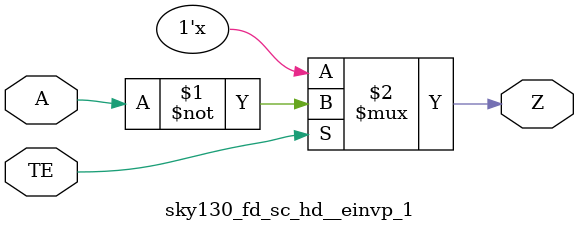
<source format=v>
/*
 * Copyright 2020 The SkyWater PDK Authors
 *
 * Licensed under the Apache License, Version 2.0 (the "License");
 * you may not use this file except in compliance with the License.
 * You may obtain a copy of the License at
 *
 *     https://www.apache.org/licenses/LICENSE-2.0
 *
 * Unless required by applicable law or agreed to in writing, software
 * distributed under the License is distributed on an "AS IS" BASIS,
 * WITHOUT WARRANTIES OR CONDITIONS OF ANY KIND, either express or implied.
 * See the License for the specific language governing permissions and
 * limitations under the License.
 *
 * SPDX-License-Identifier: Apache-2.0
*/


`ifndef SKY130_FD_SC_HD__EINVP_1_FUNCTIONAL_V
`define SKY130_FD_SC_HD__EINVP_1_FUNCTIONAL_V

/**
 * einvp: Tri-state inverter, positive enable.
 *
 * Verilog simulation functional model.
 */

`timescale 1ns / 1ps
`default_nettype none

`celldefine
module sky130_fd_sc_hd__einvp_1 (
    Z ,
    A ,
    TE
);

    // Module ports
    output Z ;
    input  A ;
    input  TE;

    //     Name     Output  Other arguments
    notif1 notif10 (Z     , A, TE          );

endmodule
`endcelldefine

`default_nettype wire
`endif  // SKY130_FD_SC_HD__EINVP_1_FUNCTIONAL_V

</source>
